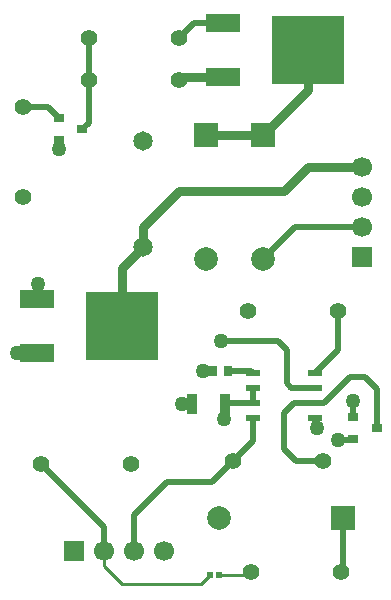
<source format=gtl>
G04 Layer_Physical_Order=1*
G04 Layer_Color=255*
%FSLAX25Y25*%
%MOIN*%
G70*
G01*
G75*
%ADD10R,0.03543X0.03150*%
%ADD11R,0.02205X0.02047*%
%ADD12R,0.03740X0.06693*%
%ADD13R,0.03150X0.03543*%
%ADD14R,0.24410X0.22835*%
%ADD15R,0.11811X0.06299*%
G04:AMPARAMS|DCode=16|XSize=21.65mil|YSize=49.21mil|CornerRadius=1.95mil|HoleSize=0mil|Usage=FLASHONLY|Rotation=270.000|XOffset=0mil|YOffset=0mil|HoleType=Round|Shape=RoundedRectangle|*
%AMROUNDEDRECTD16*
21,1,0.02165,0.04532,0,0,270.0*
21,1,0.01776,0.04921,0,0,270.0*
1,1,0.00390,-0.02266,-0.00888*
1,1,0.00390,-0.02266,0.00888*
1,1,0.00390,0.02266,0.00888*
1,1,0.00390,0.02266,-0.00888*
%
%ADD16ROUNDEDRECTD16*%
%ADD17C,0.01000*%
%ADD18C,0.01968*%
%ADD19C,0.03150*%
%ADD20C,0.05512*%
%ADD21R,0.07874X0.07874*%
%ADD22C,0.07874*%
%ADD23C,0.06693*%
%ADD24R,0.06693X0.06693*%
%ADD25R,0.07874X0.07874*%
%ADD26C,0.06496*%
%ADD27R,0.06693X0.06693*%
%ADD28C,0.05000*%
D10*
X248937Y145000D02*
D03*
X241063Y141260D02*
D03*
Y148740D02*
D03*
X150874Y244740D02*
D03*
X143000Y241000D02*
D03*
Y248480D02*
D03*
D11*
X193504Y96000D02*
D03*
X196496D02*
D03*
D12*
X198512Y153000D02*
D03*
X187488D02*
D03*
D13*
X194539Y164000D02*
D03*
X199461D02*
D03*
D14*
X226024Y271000D02*
D03*
X164024Y179000D02*
D03*
D15*
X197677Y261984D02*
D03*
Y280016D02*
D03*
X135677Y169984D02*
D03*
Y188016D02*
D03*
D16*
X228335Y148500D02*
D03*
Y153500D02*
D03*
Y158500D02*
D03*
Y163500D02*
D03*
X207665Y148500D02*
D03*
Y153500D02*
D03*
Y158500D02*
D03*
Y163500D02*
D03*
D17*
X206000Y96000D02*
X207000Y97000D01*
X196496Y96000D02*
X206000D01*
X190504Y93000D02*
X193504Y96000D01*
X164000Y93000D02*
X190504D01*
X158000Y99000D02*
X164000Y93000D01*
X158000Y99000D02*
Y104000D01*
D18*
X240803Y141000D02*
X241063Y141260D01*
X236000Y141000D02*
X240803D01*
X228335Y145665D02*
X229000Y145000D01*
X228335Y145665D02*
Y148500D01*
X197000Y174000D02*
X216000D01*
X219000Y171000D01*
Y160000D02*
Y171000D01*
Y160000D02*
X220500Y158500D01*
X207165Y164000D02*
X207665Y163500D01*
X199461Y164000D02*
X207165D01*
X198512Y153000D02*
X199012Y153500D01*
X207665D01*
X222000Y134000D02*
X231000D01*
X218000Y138000D02*
X222000Y134000D01*
X218000Y138000D02*
Y150000D01*
X221500Y153500D01*
X228335D01*
X211000Y201409D02*
X221590Y212000D01*
X244000D01*
X183000Y275000D02*
X188016Y280016D01*
X197677D01*
X150874Y244740D02*
X153000Y246866D01*
Y261000D01*
Y275000D01*
X139480Y252000D02*
X143000Y248480D01*
X131000Y252000D02*
X139480D01*
X220500Y158500D02*
X228335D01*
Y163500D02*
X236000Y171165D01*
Y184000D01*
X241063Y148740D02*
Y153937D01*
X241000Y154000D02*
X241063Y153937D01*
X248937Y145000D02*
Y158063D01*
X245000Y162000D02*
X248937Y158063D01*
X240000Y162000D02*
X245000D01*
X231500Y153500D02*
X240000Y162000D01*
X228335Y153500D02*
X231500D01*
X207665D02*
Y158500D01*
Y140665D02*
Y148500D01*
X201000Y134000D02*
X207665Y140665D01*
X237000Y97000D02*
X237591Y97591D01*
Y115000D01*
X158000Y104000D02*
Y112000D01*
X137000Y133000D02*
X158000Y112000D01*
X194000Y127000D02*
X201000Y134000D01*
X179000Y127000D02*
X194000D01*
X168000Y116000D02*
X179000Y127000D01*
X168000Y104000D02*
Y116000D01*
D19*
X164024Y179000D02*
Y198307D01*
X171000Y205283D01*
Y212000D01*
X183000Y224000D01*
X218000D01*
X226000Y232000D01*
X244000D01*
X192000Y242590D02*
X211000D01*
X226024Y257614D01*
Y271000D01*
X183000Y261000D02*
X183984Y261984D01*
X197677D01*
D20*
X207000Y97000D02*
D03*
X237000D02*
D03*
X231000Y134000D02*
D03*
X201000D02*
D03*
X236000Y184000D02*
D03*
X206000D02*
D03*
X131000Y252000D02*
D03*
Y222000D02*
D03*
X153000Y275000D02*
D03*
X183000D02*
D03*
X153000Y261000D02*
D03*
X183000D02*
D03*
X167000Y133000D02*
D03*
X137000D02*
D03*
D21*
X237591Y115000D02*
D03*
D22*
X196409D02*
D03*
X192000Y201409D02*
D03*
X211000D02*
D03*
D23*
X178000Y104000D02*
D03*
X168000D02*
D03*
X158000D02*
D03*
X244000Y232000D02*
D03*
Y222000D02*
D03*
Y212000D02*
D03*
D24*
X148000Y104000D02*
D03*
D25*
X192000Y242590D02*
D03*
X211000D02*
D03*
D26*
X171000Y205283D02*
D03*
Y240717D02*
D03*
D27*
X244000Y202000D02*
D03*
D28*
X236000Y141000D02*
D03*
X197000Y174000D02*
D03*
X198000Y148000D02*
D03*
X143000Y238000D02*
D03*
X129000Y170000D02*
D03*
X184000Y153000D02*
D03*
X191000Y164000D02*
D03*
X241000Y154000D02*
D03*
X229000Y145000D02*
D03*
X136000Y193000D02*
D03*
M02*

</source>
